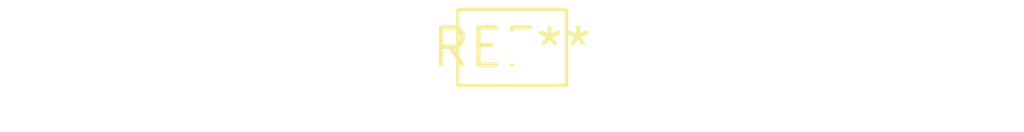
<source format=kicad_pcb>
(kicad_pcb (version 20240108) (generator pcbnew)
  (layers (0 "F.Cu" signal) (31 "B.Cu" signal) (34 "B.Paste" user) (35 "F.Paste" user) (36 "B.SilkS" user "B.Silkscreen") (37 "F.SilkS" user "F.Silkscreen") (38 "B.Mask" user) (39 "F.Mask" user) (44 "Edge.Cuts" user))
  (net 0 "")
  (footprint "Pin_D1.1mm_L10.2mm_W3.5mm_Flat" (layer "F.Cu") (at 0 0)
    (property "Reference" "REF**")
    (property "Value" "Pin_D1.1mm_L10.2mm_W3.5mm_Flat")
    (fp_line (start -1.85 -1.3) (end -1.85 1.3) (layer "F.SilkS") (stroke (width 0.12)))
    (fp_line (start -1.85 -1.3) (end 1.85 -1.3) (layer "F.SilkS") (stroke (width 0.12)))
    (fp_line (start 1.85 -1.3) (end 1.85 1.3) (layer "F.SilkS") (stroke (width 0.12)))
    (fp_line (start 1.85 1.3) (end -1.85 1.3) (layer "F.SilkS") (stroke (width 0.12)))
    (pad "1" thru_hole circle (at 0 0) (size 2.2 2.2) (drill 1.1) (layers *.Cu *.Mask) (remove_unused_layers))
  )
)
</source>
